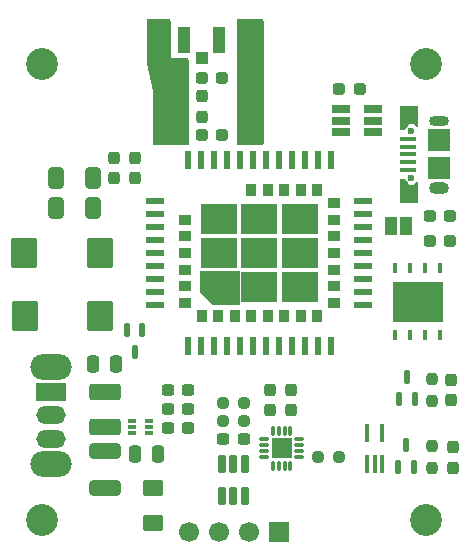
<source format=gts>
%TF.GenerationSoftware,KiCad,Pcbnew,9.0.7*%
%TF.CreationDate,2026-02-07T20:34:06-05:00*%
%TF.ProjectId,USB-Cellular-Modem,5553422d-4365-46c6-9c75-6c61722d4d6f,V1.2*%
%TF.SameCoordinates,Original*%
%TF.FileFunction,Soldermask,Top*%
%TF.FilePolarity,Negative*%
%FSLAX46Y46*%
G04 Gerber Fmt 4.6, Leading zero omitted, Abs format (unit mm)*
G04 Created by KiCad (PCBNEW 9.0.7) date 2026-02-07 20:34:06*
%MOMM*%
%LPD*%
G01*
G04 APERTURE LIST*
G04 Aperture macros list*
%AMRoundRect*
0 Rectangle with rounded corners*
0 $1 Rounding radius*
0 $2 $3 $4 $5 $6 $7 $8 $9 X,Y pos of 4 corners*
0 Add a 4 corners polygon primitive as box body*
4,1,4,$2,$3,$4,$5,$6,$7,$8,$9,$2,$3,0*
0 Add four circle primitives for the rounded corners*
1,1,$1+$1,$2,$3*
1,1,$1+$1,$4,$5*
1,1,$1+$1,$6,$7*
1,1,$1+$1,$8,$9*
0 Add four rect primitives between the rounded corners*
20,1,$1+$1,$2,$3,$4,$5,0*
20,1,$1+$1,$4,$5,$6,$7,0*
20,1,$1+$1,$6,$7,$8,$9,0*
20,1,$1+$1,$8,$9,$2,$3,0*%
%AMFreePoly0*
4,1,9,1.050000,0.350000,0.550000,0.000000,0.550000,-0.400000,0.800000,-0.650000,0.800000,-0.800000,-1.050000,-0.800000,-1.050000,0.800000,1.050000,0.800000,1.050000,0.350000,1.050000,0.350000,$1*%
%AMFreePoly1*
4,1,9,1.050000,-0.800000,-0.800000,-0.800000,-0.800000,-0.650000,-0.550000,-0.400000,-0.550000,0.000000,-1.050000,0.350000,-1.050000,0.800000,1.050000,0.800000,1.050000,-0.800000,1.050000,-0.800000,$1*%
G04 Aperture macros list end*
%ADD10C,0.010000*%
%ADD11RoundRect,0.237500X-0.287500X-0.237500X0.287500X-0.237500X0.287500X0.237500X-0.287500X0.237500X0*%
%ADD12RoundRect,0.250000X0.412500X0.650000X-0.412500X0.650000X-0.412500X-0.650000X0.412500X-0.650000X0*%
%ADD13RoundRect,0.237500X0.237500X-0.287500X0.237500X0.287500X-0.237500X0.287500X-0.237500X-0.287500X0*%
%ADD14RoundRect,0.237500X0.287500X0.237500X-0.287500X0.237500X-0.287500X-0.237500X0.287500X-0.237500X0*%
%ADD15R,0.400000X1.500000*%
%ADD16C,2.700000*%
%ADD17R,1.000000X1.050000*%
%ADD18R,1.050000X2.200000*%
%ADD19R,1.000000X1.500000*%
%ADD20R,1.560000X0.650000*%
%ADD21R,0.600000X1.600000*%
%ADD22R,1.600000X0.600000*%
%ADD23R,0.900000X1.100000*%
%ADD24R,1.100000X0.900000*%
%ADD25R,3.100000X2.600000*%
%ADD26R,0.407200X0.909599*%
%ADD27R,4.292600X3.505200*%
%ADD28C,0.600000*%
%ADD29R,1.350000X0.400000*%
%ADD30FreePoly0,90.000000*%
%ADD31O,1.700000X1.000000*%
%ADD32R,1.900000X1.900000*%
%ADD33O,1.700000X0.850000*%
%ADD34FreePoly1,90.000000*%
%ADD35RoundRect,0.250001X0.872499X1.044999X-0.872499X1.044999X-0.872499X-1.044999X0.872499X-1.044999X0*%
%ADD36RoundRect,0.237500X0.237500X-0.300000X0.237500X0.300000X-0.237500X0.300000X-0.237500X-0.300000X0*%
%ADD37RoundRect,0.125000X0.125000X-0.487500X0.125000X0.487500X-0.125000X0.487500X-0.125000X-0.487500X0*%
%ADD38RoundRect,0.237500X0.300000X0.237500X-0.300000X0.237500X-0.300000X-0.237500X0.300000X-0.237500X0*%
%ADD39RoundRect,0.237500X-0.237500X0.287500X-0.237500X-0.287500X0.237500X-0.287500X0.237500X0.287500X0*%
%ADD40R,1.700000X1.700000*%
%ADD41C,1.700000*%
%ADD42RoundRect,0.125000X-0.125000X0.487500X-0.125000X-0.487500X0.125000X-0.487500X0.125000X0.487500X0*%
%ADD43RoundRect,0.250000X-0.250000X-0.475000X0.250000X-0.475000X0.250000X0.475000X-0.250000X0.475000X0*%
%ADD44RoundRect,0.237500X-0.237500X0.250000X-0.237500X-0.250000X0.237500X-0.250000X0.237500X0.250000X0*%
%ADD45RoundRect,0.237500X0.250000X0.237500X-0.250000X0.237500X-0.250000X-0.237500X0.250000X-0.237500X0*%
%ADD46RoundRect,0.237500X-0.250000X-0.237500X0.250000X-0.237500X0.250000X0.237500X-0.250000X0.237500X0*%
%ADD47O,3.500000X2.200000*%
%ADD48R,2.500000X1.500000*%
%ADD49O,2.500000X1.500000*%
%ADD50RoundRect,0.237500X-0.300000X-0.237500X0.300000X-0.237500X0.300000X0.237500X-0.300000X0.237500X0*%
%ADD51RoundRect,0.250001X1.074999X-0.462499X1.074999X0.462499X-1.074999X0.462499X-1.074999X-0.462499X0*%
%ADD52RoundRect,0.250001X0.624999X-0.462499X0.624999X0.462499X-0.624999X0.462499X-0.624999X-0.462499X0*%
%ADD53RoundRect,0.250000X-1.075000X0.400000X-1.075000X-0.400000X1.075000X-0.400000X1.075000X0.400000X0*%
%ADD54RoundRect,0.075000X-0.075000X0.312500X-0.075000X-0.312500X0.075000X-0.312500X0.075000X0.312500X0*%
%ADD55RoundRect,0.075000X-0.312500X0.075000X-0.312500X-0.075000X0.312500X-0.075000X0.312500X0.075000X0*%
%ADD56R,1.800000X1.800000*%
%ADD57RoundRect,0.237500X0.237500X-0.250000X0.237500X0.250000X-0.237500X0.250000X-0.237500X-0.250000X0*%
%ADD58RoundRect,0.087500X-0.250000X-0.087500X0.250000X-0.087500X0.250000X0.087500X-0.250000X0.087500X0*%
%ADD59RoundRect,0.162500X0.162500X-0.617500X0.162500X0.617500X-0.162500X0.617500X-0.162500X-0.617500X0*%
G04 APERTURE END LIST*
D10*
X32950000Y-37300000D02*
X30680000Y-37300000D01*
X29650000Y-36270000D01*
X29650000Y-34500000D01*
X32950000Y-34500000D01*
X32950000Y-37300000D01*
G36*
X32950000Y-37300000D02*
G01*
X30680000Y-37300000D01*
X29650000Y-36270000D01*
X29650000Y-34500000D01*
X32950000Y-34500000D01*
X32950000Y-37300000D01*
G37*
D11*
X29825000Y-18200000D03*
X31575000Y-18200000D03*
X29825000Y-23000000D03*
X31575000Y-23000000D03*
D12*
X20574000Y-26670000D03*
X17449000Y-26670000D03*
D13*
X22352000Y-26670000D03*
X22352000Y-24920000D03*
X24130000Y-26670000D03*
X24130000Y-24920000D03*
D14*
X43175000Y-19100000D03*
X41425000Y-19100000D03*
D11*
X49125000Y-32000000D03*
X50875000Y-32000000D03*
D15*
X43800000Y-50860000D03*
X44450000Y-50860000D03*
X45100000Y-50860000D03*
X45100000Y-48200000D03*
X43800000Y-48200000D03*
D16*
X48768000Y-55626000D03*
X16300000Y-55600000D03*
D17*
X29800000Y-16450000D03*
D18*
X28325000Y-14925000D03*
X31275000Y-14925000D03*
D19*
X45832000Y-30734000D03*
X47132000Y-30734000D03*
D13*
X29800000Y-21475000D03*
X29800000Y-19725000D03*
D14*
X50875000Y-29900000D03*
X49125000Y-29900000D03*
D20*
X41650000Y-20850000D03*
X41650000Y-21800000D03*
X41650000Y-22750000D03*
X44350000Y-22750000D03*
X44350000Y-21800000D03*
X44350000Y-20850000D03*
D21*
X28650000Y-40850000D03*
X29750000Y-40850000D03*
X30850000Y-40850000D03*
X31950000Y-40850000D03*
X33050000Y-40850000D03*
X34150000Y-40850000D03*
X35250000Y-40850000D03*
X36350000Y-40850000D03*
X37450000Y-40850000D03*
X38550000Y-40850000D03*
X39650000Y-40850000D03*
X40750000Y-40850000D03*
D22*
X43500000Y-37400000D03*
X43500000Y-36300000D03*
X43500000Y-35200000D03*
X43500000Y-34100000D03*
X43500000Y-33000000D03*
X43500000Y-31900000D03*
X43500000Y-30800000D03*
X43500000Y-29700000D03*
X43500000Y-28600000D03*
D21*
X40750000Y-25150000D03*
X39650000Y-25150000D03*
X38550000Y-25150000D03*
X37450000Y-25150000D03*
X36350000Y-25150000D03*
X35250000Y-25150000D03*
X34150000Y-25150000D03*
X33050000Y-25150000D03*
X31950000Y-25150000D03*
X30850000Y-25150000D03*
X29750000Y-25150000D03*
X28650000Y-25150000D03*
D22*
X25900000Y-28600000D03*
X25900000Y-29700000D03*
X25900000Y-30800000D03*
X25900000Y-31900000D03*
X25900000Y-33000000D03*
X25900000Y-34100000D03*
X25900000Y-35200000D03*
X25900000Y-36300000D03*
X25900000Y-37400000D03*
D23*
X29800000Y-38350000D03*
X31200000Y-38350000D03*
X32600000Y-38350000D03*
X34000000Y-38350000D03*
X35400000Y-38350000D03*
X36800000Y-38350000D03*
X38200000Y-38350000D03*
X39600000Y-38350000D03*
D24*
X41000000Y-37200000D03*
X41000000Y-35800000D03*
X41000000Y-34400000D03*
X41000000Y-33000000D03*
X41000000Y-31600000D03*
X41000000Y-30200000D03*
X41000000Y-28800000D03*
D23*
X39600000Y-27650000D03*
X38200000Y-27650000D03*
X36800000Y-27650000D03*
X35400000Y-27650000D03*
X34000000Y-27650000D03*
D24*
X28400000Y-30200000D03*
X28400000Y-31600000D03*
X28400000Y-33000000D03*
X28400000Y-34400000D03*
X28400000Y-35800000D03*
X28400000Y-37200000D03*
D25*
X34700000Y-35900000D03*
X38100000Y-35900000D03*
X38100000Y-33000000D03*
X38100000Y-30100000D03*
X34700000Y-30100000D03*
X31300000Y-30100000D03*
X31300000Y-33000000D03*
X34700000Y-33000000D03*
D26*
X46195000Y-39958200D03*
X47465000Y-39958200D03*
X48735000Y-39958200D03*
X50005000Y-39958200D03*
X50005000Y-34273400D03*
X48735000Y-34273400D03*
X47465000Y-34273400D03*
X46195000Y-34273400D03*
D27*
X48100000Y-37115800D03*
D16*
X16300000Y-17018000D03*
D28*
X47570000Y-26638000D03*
X47570000Y-22638000D03*
D29*
X47245000Y-25938000D03*
X47245000Y-25288000D03*
X47245000Y-24638000D03*
X47245000Y-23988000D03*
X47245000Y-23338000D03*
D30*
X47370000Y-27738000D03*
D31*
X49920000Y-27463000D03*
D32*
X49920000Y-25838000D03*
X49920000Y-23438000D03*
D33*
X49920000Y-21813000D03*
D34*
X47370000Y-21538000D03*
D35*
X21221500Y-33020000D03*
X14806500Y-33020000D03*
D36*
X35560000Y-46328500D03*
X35560000Y-44603500D03*
D37*
X46550000Y-45337500D03*
X47850000Y-45337500D03*
X47200000Y-43462500D03*
D35*
X21241500Y-38354000D03*
X14826500Y-38354000D03*
D38*
X28649000Y-47828000D03*
X26924000Y-47828000D03*
D39*
X50900000Y-43725000D03*
X50900000Y-45475000D03*
D38*
X33374500Y-48768000D03*
X31649500Y-48768000D03*
D40*
X36360000Y-56600000D03*
D41*
X33820000Y-56600000D03*
X31280000Y-56600000D03*
X28740000Y-56600000D03*
D42*
X24780000Y-39527000D03*
X23480000Y-39527000D03*
X24130000Y-41402000D03*
D37*
X46450000Y-51137500D03*
X47750000Y-51137500D03*
X47100000Y-49262500D03*
D43*
X24196000Y-50038000D03*
X26096000Y-50038000D03*
D44*
X49276000Y-49379500D03*
X49276000Y-51204500D03*
D45*
X33424500Y-47244000D03*
X31599500Y-47244000D03*
D46*
X39624000Y-50292000D03*
X41449000Y-50292000D03*
D45*
X33424500Y-45720000D03*
X31599500Y-45720000D03*
D47*
X17018000Y-42636000D03*
X17018000Y-50836000D03*
D48*
X17018000Y-44736000D03*
D49*
X17018000Y-46736000D03*
X17018000Y-48736000D03*
D50*
X26924000Y-44628000D03*
X28649000Y-44628000D03*
D12*
X20612500Y-29210000D03*
X17487500Y-29210000D03*
D51*
X21590000Y-47715500D03*
X21590000Y-44740500D03*
D43*
X20640000Y-42418000D03*
X22540000Y-42418000D03*
D16*
X48768000Y-17018000D03*
D39*
X51054000Y-49417000D03*
X51054000Y-51167000D03*
D52*
X25654000Y-55843500D03*
X25654000Y-52868500D03*
D38*
X28649000Y-46228000D03*
X26924000Y-46228000D03*
D53*
X21590000Y-49758000D03*
X21590000Y-52858000D03*
D54*
X37326000Y-48042500D03*
X36826000Y-48042500D03*
X36326000Y-48042500D03*
X35826000Y-48042500D03*
D55*
X35088500Y-48780000D03*
X35088500Y-49280000D03*
X35088500Y-49780000D03*
X35088500Y-50280000D03*
D54*
X35826000Y-51017500D03*
X36326000Y-51017500D03*
X36826000Y-51017500D03*
X37326000Y-51017500D03*
D55*
X38063500Y-50280000D03*
X38063500Y-49780000D03*
X38063500Y-49280000D03*
X38063500Y-48780000D03*
D56*
X36576000Y-49530000D03*
D57*
X49300000Y-45512500D03*
X49300000Y-43687500D03*
D58*
X23925500Y-47252000D03*
X23925500Y-47752000D03*
X23925500Y-48252000D03*
X25350500Y-48252000D03*
X25350500Y-47752000D03*
X25350500Y-47252000D03*
D59*
X31550000Y-53600000D03*
X32500000Y-53600000D03*
X33450000Y-53600000D03*
X33450000Y-50900000D03*
X32500000Y-50900000D03*
X31550000Y-50900000D03*
D36*
X37338000Y-46328500D03*
X37338000Y-44603500D03*
G36*
X34995039Y-13215146D02*
G01*
X35040794Y-13267950D01*
X35052000Y-13319461D01*
X35052000Y-23739461D01*
X35032315Y-23806500D01*
X34979511Y-23852255D01*
X34928000Y-23863461D01*
X32890000Y-23863461D01*
X32822961Y-23843776D01*
X32777206Y-23790972D01*
X32766000Y-23739461D01*
X32766000Y-13319461D01*
X32785685Y-13252422D01*
X32838489Y-13206667D01*
X32890000Y-13195461D01*
X34928000Y-13195461D01*
X34995039Y-13215146D01*
G37*
G36*
X27121039Y-13227685D02*
G01*
X27166794Y-13280489D01*
X27178000Y-13332000D01*
X27178000Y-16510000D01*
X28578000Y-16510000D01*
X28645039Y-16529685D01*
X28690794Y-16582489D01*
X28702000Y-16634000D01*
X28702000Y-23752000D01*
X28682315Y-23819039D01*
X28629511Y-23864794D01*
X28578000Y-23876000D01*
X25778000Y-23876000D01*
X25710961Y-23856315D01*
X25665206Y-23803511D01*
X25654000Y-23752000D01*
X25654000Y-19303999D01*
X25148953Y-17031288D01*
X25146000Y-17004389D01*
X25146000Y-13332000D01*
X25165685Y-13264961D01*
X25218489Y-13219206D01*
X25270000Y-13208000D01*
X27054000Y-13208000D01*
X27121039Y-13227685D01*
G37*
M02*

</source>
